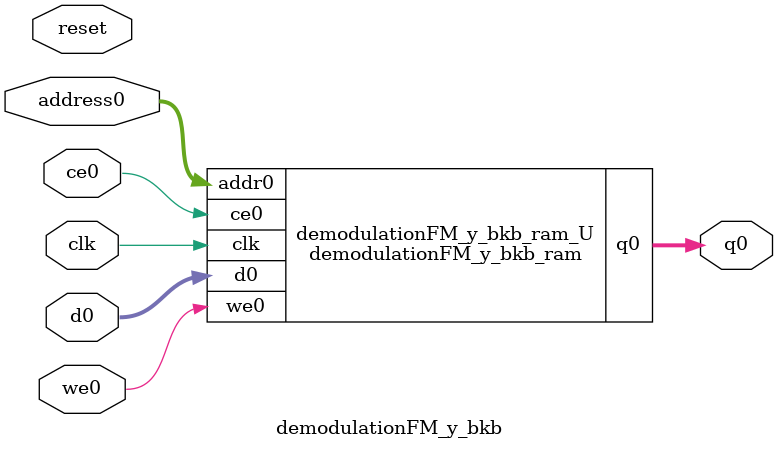
<source format=v>
`timescale 1 ns / 1 ps
module demodulationFM_y_bkb_ram (addr0, ce0, d0, we0, q0,  clk);

parameter DWIDTH = 32;
parameter AWIDTH = 17;
parameter MEM_SIZE = 100000;

input[AWIDTH-1:0] addr0;
input ce0;
input[DWIDTH-1:0] d0;
input we0;
output reg[DWIDTH-1:0] q0;
input clk;

(* ram_style = "block" *)reg [DWIDTH-1:0] ram[0:MEM_SIZE-1];




always @(posedge clk)  
begin 
    if (ce0) begin
        if (we0) 
            ram[addr0] <= d0; 
        q0 <= ram[addr0];
    end
end


endmodule

`timescale 1 ns / 1 ps
module demodulationFM_y_bkb(
    reset,
    clk,
    address0,
    ce0,
    we0,
    d0,
    q0);

parameter DataWidth = 32'd32;
parameter AddressRange = 32'd100000;
parameter AddressWidth = 32'd17;
input reset;
input clk;
input[AddressWidth - 1:0] address0;
input ce0;
input we0;
input[DataWidth - 1:0] d0;
output[DataWidth - 1:0] q0;



demodulationFM_y_bkb_ram demodulationFM_y_bkb_ram_U(
    .clk( clk ),
    .addr0( address0 ),
    .ce0( ce0 ),
    .we0( we0 ),
    .d0( d0 ),
    .q0( q0 ));

endmodule


</source>
